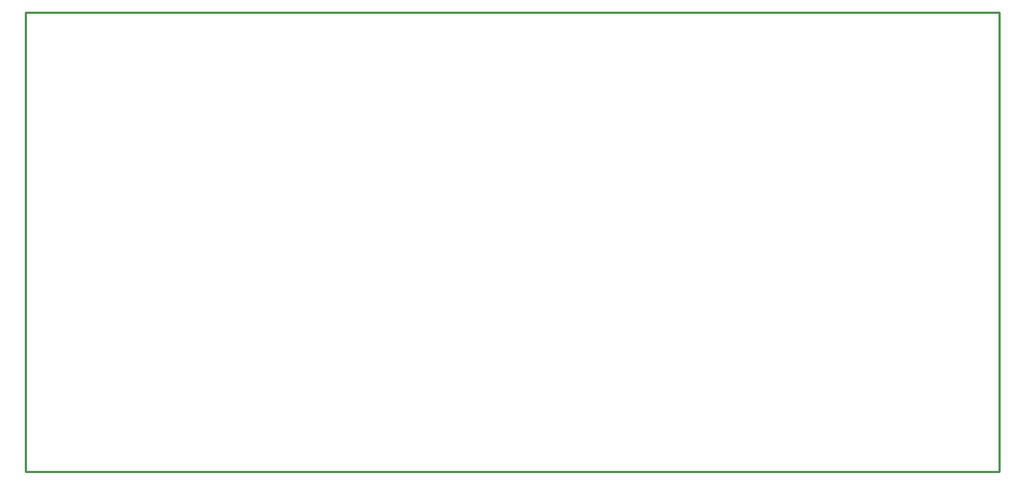
<source format=gbo>
G04 (created by PCBNEW-RS274X (2011-05-25)-stable) date Tue 11 Mar 2014 02:38:01 PM EDT*
G01*
G70*
G90*
%MOIN*%
G04 Gerber Fmt 3.4, Leading zero omitted, Abs format*
%FSLAX34Y34*%
G04 APERTURE LIST*
%ADD10C,0.006000*%
%ADD11C,0.009000*%
%ADD12C,0.175000*%
%ADD13O,0.080000X0.120000*%
%ADD14C,0.080000*%
%ADD15C,0.140000*%
%ADD16C,0.093000*%
%ADD17R,0.093000X0.093000*%
%ADD18R,0.120000X0.120000*%
%ADD19C,0.120000*%
G04 APERTURE END LIST*
G54D10*
G54D11*
X45000Y-51500D02*
X89500Y-51500D01*
X45000Y-30500D02*
X45000Y-51500D01*
X89500Y-30500D02*
X45000Y-30500D01*
X89500Y-51500D02*
X89500Y-30500D01*
%LPC*%
G54D12*
X50500Y-50500D03*
X51000Y-31500D03*
X83000Y-50500D03*
X80500Y-31500D03*
G54D13*
X56000Y-50500D03*
X57000Y-50500D03*
X58000Y-50500D03*
X59000Y-50500D03*
X60000Y-50500D03*
X61000Y-50500D03*
X62000Y-50500D03*
X63000Y-50500D03*
X65000Y-50500D03*
X66000Y-50500D03*
X67000Y-50500D03*
X68000Y-50500D03*
X69000Y-50500D03*
X70000Y-50500D03*
X71000Y-50500D03*
X72000Y-50500D03*
X74000Y-50500D03*
X75000Y-50500D03*
X76000Y-50500D03*
X77000Y-50500D03*
X78000Y-50500D03*
X79000Y-50500D03*
X80000Y-50500D03*
X81000Y-50500D03*
X52400Y-31500D03*
X53400Y-31500D03*
X54400Y-31500D03*
X55400Y-31500D03*
X56400Y-31500D03*
X57400Y-31500D03*
X58400Y-31500D03*
X59400Y-31500D03*
X60400Y-31500D03*
X61400Y-31500D03*
X63000Y-31500D03*
X70000Y-31500D03*
X69000Y-31500D03*
X68000Y-31500D03*
X67000Y-31500D03*
X66000Y-31500D03*
X65000Y-31500D03*
X64000Y-31500D03*
X72000Y-31500D03*
X73000Y-31500D03*
X74000Y-31500D03*
X75000Y-31500D03*
X76000Y-31500D03*
X77000Y-31500D03*
X78000Y-31500D03*
X79000Y-31500D03*
G54D14*
X82000Y-31500D03*
X83000Y-31500D03*
X82000Y-32500D03*
X83000Y-32500D03*
X82000Y-33500D03*
X83000Y-33500D03*
X82000Y-34500D03*
X83000Y-34500D03*
X82000Y-35500D03*
X83000Y-35500D03*
X82000Y-36500D03*
X83000Y-36500D03*
X82000Y-37500D03*
X83000Y-37500D03*
X82000Y-38500D03*
X83000Y-38500D03*
X82000Y-39500D03*
X83000Y-39500D03*
X82000Y-40500D03*
X83000Y-40500D03*
X82000Y-41500D03*
X83000Y-41500D03*
X82000Y-42500D03*
X83000Y-42500D03*
X82000Y-43500D03*
X83000Y-43500D03*
X82000Y-44500D03*
X83000Y-44500D03*
X82000Y-45500D03*
X83000Y-45500D03*
X82000Y-46500D03*
X83000Y-46500D03*
X82000Y-47500D03*
X83000Y-47500D03*
X82000Y-48500D03*
X83000Y-48500D03*
G54D15*
X47750Y-44750D03*
X47750Y-40750D03*
G54D14*
X50250Y-42750D03*
X51250Y-42750D03*
X51250Y-41750D03*
X51250Y-43750D03*
G54D16*
X87500Y-42750D03*
X86500Y-42750D03*
G54D17*
X88500Y-42750D03*
G54D16*
X85500Y-42750D03*
G54D18*
X52811Y-49500D03*
G54D19*
X54189Y-49500D03*
G54D16*
X70750Y-43250D03*
G54D17*
X70750Y-42250D03*
G54D16*
X63750Y-43250D03*
G54D17*
X63750Y-42250D03*
G54D14*
X55250Y-42750D03*
X55250Y-43750D03*
X55250Y-41750D03*
M02*

</source>
